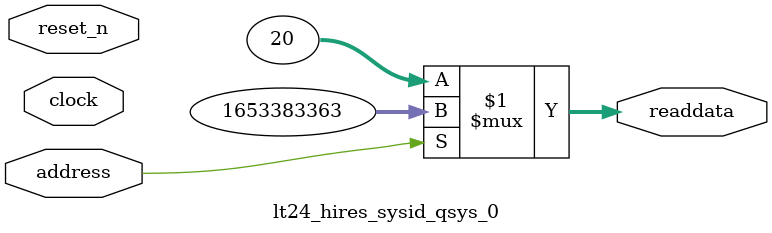
<source format=v>



// synthesis translate_off
`timescale 1ns / 1ps
// synthesis translate_on

// turn off superfluous verilog processor warnings 
// altera message_level Level1 
// altera message_off 10034 10035 10036 10037 10230 10240 10030 

module lt24_hires_sysid_qsys_0 (
               // inputs:
                address,
                clock,
                reset_n,

               // outputs:
                readdata
             )
;

  output  [ 31: 0] readdata;
  input            address;
  input            clock;
  input            reset_n;

  wire    [ 31: 0] readdata;
  //control_slave, which is an e_avalon_slave
  assign readdata = address ? 1653383363 : 20;

endmodule



</source>
